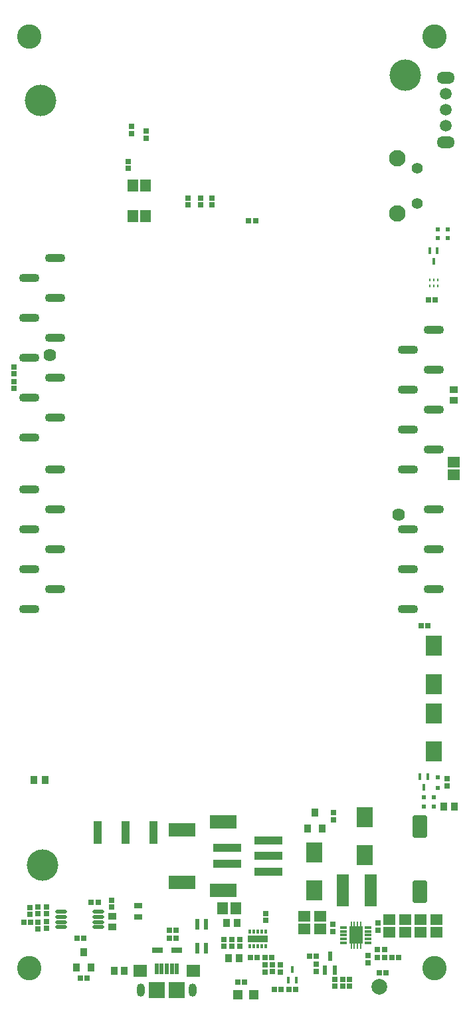
<source format=gts>
G04 Layer_Color=20142*
%FSLAX44Y44*%
%MOMM*%
G71*
G01*
G75*
%ADD13R,0.2500X0.7000*%
%ADD62C,3.1000*%
%ADD91C,4.0000*%
%ADD92R,0.9500X0.3800*%
%ADD93R,1.8000X2.2500*%
%ADD94O,1.5000X0.4700*%
%ADD95R,1.3500X1.5500*%
%ADD96R,0.9000X1.1000*%
%ADD97O,2.6000X1.1000*%
%ADD98R,0.6500X0.7000*%
%ADD99R,0.7200X0.7600*%
%ADD100R,0.7600X0.7200*%
%ADD101R,0.5800X0.5000*%
%ADD102R,0.4500X0.9000*%
G04:AMPARAMS|DCode=103|XSize=0.2mm|YSize=0.42mm|CornerRadius=0mm|HoleSize=0mm|Usage=FLASHONLY|Rotation=180.000|XOffset=0mm|YOffset=0mm|HoleType=Round|Shape=RoundedRectangle|*
%AMROUNDEDRECTD103*
21,1,0.2000,0.4200,0,0,180.0*
21,1,0.2000,0.4200,0,0,180.0*
1,1,0.0000,-0.1000,0.2100*
1,1,0.0000,0.1000,0.2100*
1,1,0.0000,0.1000,-0.2100*
1,1,0.0000,-0.1000,-0.2100*
%
%ADD103ROUNDEDRECTD103*%
%ADD104R,0.7000X0.6500*%
%ADD105R,2.1000X2.6000*%
%ADD106R,0.9500X1.0500*%
G04:AMPARAMS|DCode=107|XSize=2.9mm|YSize=1.9mm|CornerRadius=0.32mm|HoleSize=0mm|Usage=FLASHONLY|Rotation=270.000|XOffset=0mm|YOffset=0mm|HoleType=Round|Shape=RoundedRectangle|*
%AMROUNDEDRECTD107*
21,1,2.9000,1.2600,0,0,270.0*
21,1,2.2600,1.9000,0,0,270.0*
1,1,0.6400,-0.6300,-1.1300*
1,1,0.6400,-0.6300,1.1300*
1,1,0.6400,0.6300,1.1300*
1,1,0.6400,0.6300,-1.1300*
%
%ADD107ROUNDEDRECTD107*%
%ADD108R,1.6000X4.1000*%
%ADD109R,0.6000X1.1500*%
%ADD110R,1.5500X1.3500*%
%ADD111C,2.0050*%
%ADD112R,0.9000X1.0000*%
%ADD113R,3.6000X1.1160*%
%ADD114R,3.5000X1.7002*%
%ADD115R,0.5000X1.4000*%
%ADD116R,2.5000X0.9400*%
%ADD117R,0.3800X0.6000*%
%ADD118R,1.2000X1.2000*%
%ADD119R,0.5000X1.4500*%
%ADD120R,1.7000X1.5000*%
%ADD121R,2.0000X2.0000*%
%ADD122R,1.4500X0.7500*%
%ADD123R,1.0000X0.8000*%
%ADD124R,1.0500X0.9500*%
%ADD125R,0.9500X1.0000*%
%ADD126R,1.0000X0.9500*%
G04:AMPARAMS|DCode=127|XSize=2.9mm|YSize=1.1mm|CornerRadius=0.225mm|HoleSize=0mm|Usage=FLASHONLY|Rotation=270.000|XOffset=0mm|YOffset=0mm|HoleType=Round|Shape=RoundedRectangle|*
%AMROUNDEDRECTD127*
21,1,2.9000,0.6500,0,0,270.0*
21,1,2.4500,1.1000,0,0,270.0*
1,1,0.4500,-0.3250,-1.2250*
1,1,0.4500,-0.3250,1.2250*
1,1,0.4500,0.3250,1.2250*
1,1,0.4500,0.3250,-1.2250*
%
%ADD127ROUNDEDRECTD127*%
%ADD128C,1.6240*%
%ADD129O,2.3000X1.5000*%
%ADD130C,1.4970*%
%ADD131C,2.1000*%
%ADD132C,1.4000*%
%ADD133O,1.0000X1.7000*%
D13*
X4112000Y2099750D02*
D03*
X4108000D02*
D03*
X4104000D02*
D03*
X4100000D02*
D03*
X4112000Y2128250D02*
D03*
X4108000D02*
D03*
X4104000D02*
D03*
X4100000D02*
D03*
D62*
X3689910Y3258088D02*
D03*
X4206089D02*
D03*
X3689910Y2071910D02*
D03*
X4206089D02*
D03*
D91*
X4168658Y3209000D02*
D03*
X3704000Y3177000D02*
D03*
X3707000Y2203000D02*
D03*
D92*
X4121750Y2104000D02*
D03*
Y2109000D02*
D03*
Y2114000D02*
D03*
Y2119000D02*
D03*
Y2124000D02*
D03*
X4090250D02*
D03*
Y2119000D02*
D03*
Y2114000D02*
D03*
Y2109000D02*
D03*
Y2104000D02*
D03*
D93*
X4106000Y2114000D02*
D03*
D94*
X3730500Y2143750D02*
D03*
Y2137250D02*
D03*
Y2130750D02*
D03*
Y2124250D02*
D03*
X3777500Y2143750D02*
D03*
Y2137250D02*
D03*
Y2130750D02*
D03*
Y2124250D02*
D03*
D95*
X3953000Y2148000D02*
D03*
X3936500D02*
D03*
X3821750Y3069000D02*
D03*
X3838250D02*
D03*
X3821750Y3029635D02*
D03*
X3838250D02*
D03*
D96*
X3695500Y2312000D02*
D03*
X3710500D02*
D03*
D97*
X3689920Y2681510D02*
D03*
X3722920Y2706910D02*
D03*
X3689920Y2630710D02*
D03*
X3722920Y2656110D02*
D03*
X3689920Y2529110D02*
D03*
X3722920Y2554510D02*
D03*
Y2605310D02*
D03*
X3689920Y2579910D02*
D03*
X3689920Y2950750D02*
D03*
X3722920Y2976151D02*
D03*
X3689920Y2798351D02*
D03*
X3722920Y2823750D02*
D03*
Y2772950D02*
D03*
X3689920Y2747550D02*
D03*
X3722920Y2874550D02*
D03*
X3689920Y2849150D02*
D03*
X3722920Y2925350D02*
D03*
X3689920Y2899950D02*
D03*
X4205520Y2732310D02*
D03*
X4172520Y2706910D02*
D03*
X4205520Y2783110D02*
D03*
X4172520Y2757710D02*
D03*
X4205520Y2884710D02*
D03*
X4172520Y2859310D02*
D03*
Y2808510D02*
D03*
X4205520Y2833911D02*
D03*
Y2605310D02*
D03*
X4172520Y2579910D02*
D03*
Y2630710D02*
D03*
X4205520Y2656110D02*
D03*
X4172520Y2529110D02*
D03*
X4205520Y2554510D02*
D03*
D98*
X3670090Y2828750D02*
D03*
Y2837250D02*
D03*
Y2819000D02*
D03*
Y2810500D02*
D03*
X4089000Y2049250D02*
D03*
Y2057750D02*
D03*
X4098000D02*
D03*
Y2049250D02*
D03*
X3991000Y2141500D02*
D03*
Y2133000D02*
D03*
X4000000Y2067500D02*
D03*
Y2076000D02*
D03*
X3712000Y2141118D02*
D03*
Y2149618D02*
D03*
Y2131000D02*
D03*
Y2122500D02*
D03*
X3691000Y2141000D02*
D03*
Y2149500D02*
D03*
X3795000Y2158250D02*
D03*
Y2149750D02*
D03*
D99*
X3819930Y3143800D02*
D03*
Y3135000D02*
D03*
X3839000Y3129000D02*
D03*
Y3137800D02*
D03*
X3816000Y3099000D02*
D03*
Y3090200D02*
D03*
X3892515Y3052800D02*
D03*
Y3044000D02*
D03*
X3908000Y3052800D02*
D03*
Y3044000D02*
D03*
X3923000Y3052800D02*
D03*
Y3044000D02*
D03*
X4134000Y2129457D02*
D03*
Y2120657D02*
D03*
X4122000Y2088000D02*
D03*
Y2079200D02*
D03*
X4079434Y2057750D02*
D03*
Y2048950D02*
D03*
X4055657Y2077000D02*
D03*
Y2068200D02*
D03*
X4077000Y2127800D02*
D03*
Y2119000D02*
D03*
X4077907Y2270000D02*
D03*
Y2261200D02*
D03*
X3938000Y2100060D02*
D03*
Y2108860D02*
D03*
X3948000Y2100060D02*
D03*
Y2108860D02*
D03*
X3958000Y2100060D02*
D03*
Y2108860D02*
D03*
X3990000Y2076000D02*
D03*
Y2067200D02*
D03*
X4009500Y2076000D02*
D03*
Y2067200D02*
D03*
X3701000Y2141118D02*
D03*
Y2149918D02*
D03*
Y2130750D02*
D03*
Y2121950D02*
D03*
D100*
X3978400Y3023785D02*
D03*
X3969600D02*
D03*
X4198315Y2923374D02*
D03*
X4207114D02*
D03*
X4221966Y2313100D02*
D03*
Y2304300D02*
D03*
X4142400Y2096000D02*
D03*
X4133600D02*
D03*
X4142400Y2085750D02*
D03*
X4133600D02*
D03*
X3868200Y2120000D02*
D03*
X3877000D02*
D03*
X3868200Y2110000D02*
D03*
X3877000D02*
D03*
X3777500Y2156000D02*
D03*
X3768700D02*
D03*
D101*
X4210400Y3013000D02*
D03*
X4223600D02*
D03*
X4210400Y3002000D02*
D03*
X4223600D02*
D03*
X4210400Y2301900D02*
D03*
Y2315100D02*
D03*
X4205560Y2290000D02*
D03*
X4192360D02*
D03*
X4192430Y2278000D02*
D03*
X4205630D02*
D03*
D102*
X4205000Y2972500D02*
D03*
X4200000Y2986000D02*
D03*
X4210000D02*
D03*
X4192400Y2302000D02*
D03*
X4187400Y2315500D02*
D03*
X4197400D02*
D03*
X4025000Y2070750D02*
D03*
X4030000Y2057250D02*
D03*
X4020000D02*
D03*
D103*
X4210714Y2948374D02*
D03*
X4205714Y2940674D02*
D03*
X4200714Y2948374D02*
D03*
Y2940674D02*
D03*
X4205714Y2948374D02*
D03*
X4210714Y2940674D02*
D03*
D104*
X4197500Y2508000D02*
D03*
X4189000D02*
D03*
X4152045Y2085750D02*
D03*
X4160545D02*
D03*
X4136000Y2065750D02*
D03*
X4144500D02*
D03*
X4055657Y2087000D02*
D03*
X4047157D02*
D03*
X3998500Y2086000D02*
D03*
X3990000D02*
D03*
X3971750D02*
D03*
X3980250D02*
D03*
X4029000Y2045000D02*
D03*
X4020500D02*
D03*
X4011000D02*
D03*
X4002500D02*
D03*
X3964250Y2054000D02*
D03*
X3955750D02*
D03*
X3691250Y2130750D02*
D03*
X3682750D02*
D03*
X3759000Y2110000D02*
D03*
X3750500D02*
D03*
X3754750Y2059720D02*
D03*
X3763250D02*
D03*
D105*
X4205280Y2482500D02*
D03*
Y2434000D02*
D03*
X4205081Y2347921D02*
D03*
Y2396421D02*
D03*
X4053000Y2219250D02*
D03*
Y2170750D02*
D03*
X4117523Y2215750D02*
D03*
Y2264250D02*
D03*
D106*
X4218000Y2278000D02*
D03*
X4231500D02*
D03*
X3955000Y2130000D02*
D03*
X3941500D02*
D03*
X3957500Y2084560D02*
D03*
X3944000D02*
D03*
D107*
X4188000Y2252500D02*
D03*
Y2169500D02*
D03*
D108*
X4089000Y2171500D02*
D03*
X4125000D02*
D03*
D109*
X4066434Y2069500D02*
D03*
X4079434D02*
D03*
X4072934Y2087000D02*
D03*
D110*
X4148658Y2117560D02*
D03*
Y2134060D02*
D03*
X4168658Y2117560D02*
D03*
Y2134060D02*
D03*
X4188658Y2117560D02*
D03*
Y2134060D02*
D03*
X4209000Y2117560D02*
D03*
Y2134061D02*
D03*
X4060657Y2121750D02*
D03*
Y2138250D02*
D03*
X4040657Y2121750D02*
D03*
Y2138250D02*
D03*
X4231000Y2700000D02*
D03*
Y2716500D02*
D03*
D111*
X4136000Y2048000D02*
D03*
D112*
X4044407Y2250000D02*
D03*
X4063407D02*
D03*
X4053907Y2270000D02*
D03*
X3749500Y2072600D02*
D03*
X3768500D02*
D03*
X3759000Y2092600D02*
D03*
D113*
X3994750Y2235000D02*
D03*
Y2215000D02*
D03*
Y2195000D02*
D03*
X3942000Y2225000D02*
D03*
Y2205000D02*
D03*
D114*
X3937250Y2258500D02*
D03*
Y2171500D02*
D03*
X3884500Y2248500D02*
D03*
Y2181500D02*
D03*
D115*
X3915095Y2097741D02*
D03*
X3903595D02*
D03*
Y2127741D02*
D03*
X3915095D02*
D03*
D116*
X3981250Y2109560D02*
D03*
D117*
X3971250Y2119060D02*
D03*
X3976250D02*
D03*
X3981250D02*
D03*
X3986250D02*
D03*
X3991250D02*
D03*
Y2100060D02*
D03*
X3986250D02*
D03*
X3981250D02*
D03*
X3976250D02*
D03*
X3971250D02*
D03*
D118*
X3976000Y2038000D02*
D03*
X3956000D02*
D03*
D119*
X3865000Y2071250D02*
D03*
X3858500D02*
D03*
X3871500D02*
D03*
X3878000D02*
D03*
X3852000D02*
D03*
D120*
X3831000Y2069000D02*
D03*
X3899036D02*
D03*
D121*
X3877700Y2044500D02*
D03*
X3852300D02*
D03*
D122*
X3877500Y2095000D02*
D03*
X3853500D02*
D03*
D123*
X3828960Y2137620D02*
D03*
Y2151620D02*
D03*
D124*
X3796000Y2137860D02*
D03*
Y2124360D02*
D03*
D125*
X3798000Y2068850D02*
D03*
X3811000D02*
D03*
D126*
X4231166Y2808510D02*
D03*
Y2795510D02*
D03*
D127*
X3848355Y2245000D02*
D03*
X3812678D02*
D03*
X3777000D02*
D03*
D128*
X4160500Y2649800D02*
D03*
X3716000Y2853000D02*
D03*
D129*
X4221000Y3206148D02*
D03*
Y3123852D02*
D03*
D130*
Y3185320D02*
D03*
Y3165000D02*
D03*
Y3144680D02*
D03*
D131*
X4159000Y3032918D02*
D03*
Y3102918D02*
D03*
D132*
X4184000Y3045418D02*
D03*
Y3090418D02*
D03*
D133*
X3898000Y2044500D02*
D03*
X3832000D02*
D03*
M02*

</source>
